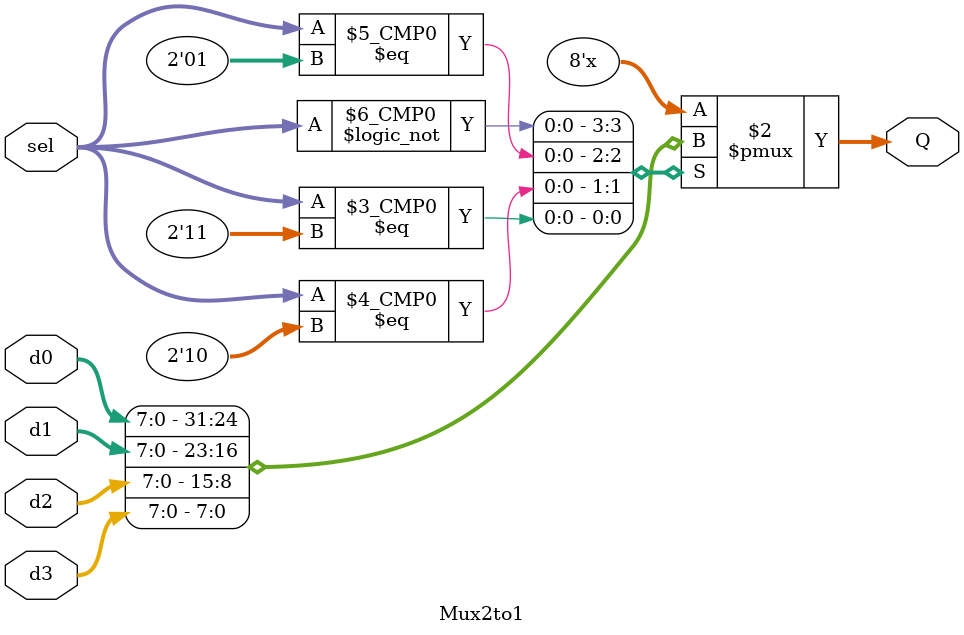
<source format=sv>

`timescale 1ns / 1ps
/*module Top();
  logic clock;
  logic reset;
  logic en,BS_READY;
  logic [DATASIZE-1:0] FullPacket;
  logic hasUnusedData, REG_READY;
  logic [31:0] opt_id,sptprice,strike,rate,volatility,time_r,otype;
  initial begin
    clock=0;
    forever #5 clock=~clock;
  end
  int i;
  initial begin
    reset=0;
    #1 reset=1;
    #1 reset=0;
    i=0;
    BS_READY=1'b0;
    @(posedge clock);
    @(posedge clock);
    FullPacket=192'h12345679_3F800000_3F8CCCCD_40000000_40400000_40000000;
    @(posedge clock);
    @(posedge clock);
    @(posedge clock);
    en<=1'b1;
    @(posedge clock);
    en<=1'b0;
    @(posedge clock);
    @(posedge clock);
    @(posedge clock);
    BS_READY<=1'b1;
    @(posedge clock);
    BS_READY<=1'b0;
    @(posedge clock);
    @(posedge clock);
    @(posedge clock);
    FullPacket=192'h22225679_3F800000_3F8CCCCD_40000000_40400000_40000000;
    @(posedge clock);
    @(posedge clock);
    @(posedge clock);
    en<=1'b1;
    @(posedge clock);
    en<=1'b0;
    for (i=0; i<70; i++)
      @(posedge clock);
    #5 $finish;
  end
  PacketRegister PR(
      clock,
      reset,
      en,BS_READY,
      FullPacket,
      hasUnusedData, REG_READY,
      opt_id,sptprice,
      strike    ,
      rate      ,
      volatility,
      time_r    ,
      otype);
endmodule: Top*/
//////////////////////////////////////////////////////////////////////////////////
module PacketRegister (
    input logic clock,
    input logic reset,
    input logic en,BS_READY,
    input logic [1911:0] FullPacket,
    output logic hasUnusedData, REG_READY,
    output logic [31:0] opt_id,sptprice,
    strike    ,
    rate      ,
    volatility,
    time_r    ,
    otype);
    logic prevBS_READY;
    logic clearcd,inccd,deccd;
    logic [7:0] cdCount;
    logic cdPast;
    logic obit;
    logic [30:0] opt_id_u;
    Counter cd (clock, reset, clearcd,inccd,deccd,cdCount);
    enum logic {READY,COOLDOWN}  currentState, nextState;
    assign otype = {31'd0, obit};
    assign opt_id = {opt_id_u, 1'b0};
    always_ff @(posedge clock or posedge reset) begin
        if(reset) begin
            sptprice      <= 32'd0;
            strike        <= 32'd0;
            rate          <= 32'd0;
            volatility    <= 32'd0;
            time_r        <= 32'd0;
            opt_id_u      <= 32'd0;
            //May remove timet later
            hasUnusedData <=  1'b0;
            prevBS_READY  <=  1'b0;
            currentState  <=  READY;
            REG_READY     <=  1'b0;
            obit          <=  1'b0;
        end
        else begin
            if (en) begin
                {opt_id_u,obit,sptprice,strike,rate,volatility,time_r}<=FullPacket;
                hasUnusedData<=1'b1;
            end
            else if (~prevBS_READY && BS_READY) begin
                hasUnusedData <= 1'b0;
                REG_READY<=1'b0;
            end
            if (cdPast && hasUnusedData) begin
                REG_READY<=1'b1;
            end
            else begin
                REG_READY<=1'b0;
            end
            currentState<=nextState;
            prevBS_READY<=BS_READY;
        end
    end
    always_comb begin
        cdPast=1'b0;
        inccd=1'b0;
        clearcd=1'b0;
        deccd=1'b0;
        case(currentState)
            READY: begin
                nextState=READY;
                clearcd=1'b1;
                cdPast=1'b1;
                if (~prevBS_READY && BS_READY) begin
                    clearcd=1'b0;
                    nextState=COOLDOWN;
                    inccd=1'b1;
                end
            end
            
            COOLDOWN: begin
                nextState=COOLDOWN;
                inccd=1'b1;
                if (cdCount>=8'd50) begin
                    nextState=READY;
                    clearcd=1'b1;
                end
            end
        endcase
    end
    
    
endmodule: PacketRegister

module Counter #(parameter WIDTH=8) (
    input logic clock, reset, clear, inc, dec,
    output logic [WIDTH-1:0] count);
    
    always_ff @(posedge clock, posedge reset) begin
        if (reset||clear) begin
            count<={WIDTH{1'b0}};
        end
        else if (inc) begin
            count<=count+1'b1;
        end
        else if (dec) begin
            if (count>0)
                count<=count-1;
        end
    end
 endmodule: Counter
 
 module Mux2to1 #(parameter WIDTH=8) (
    input logic [WIDTH-1:0] d0,d1,d2,d3,
    input logic [1:0] sel,
    output logic [WIDTH-1:0] Q);
    always_comb begin
        case(sel)
            2'd0: begin
                Q=d0;
            end
            2'd1: begin
                Q=d1;
            end
            2'd2: begin
                Q=d2;
            end
            2'd3: begin
                Q=d3;
            end           
        endcase
    end
endmodule: Mux2to1

</source>
